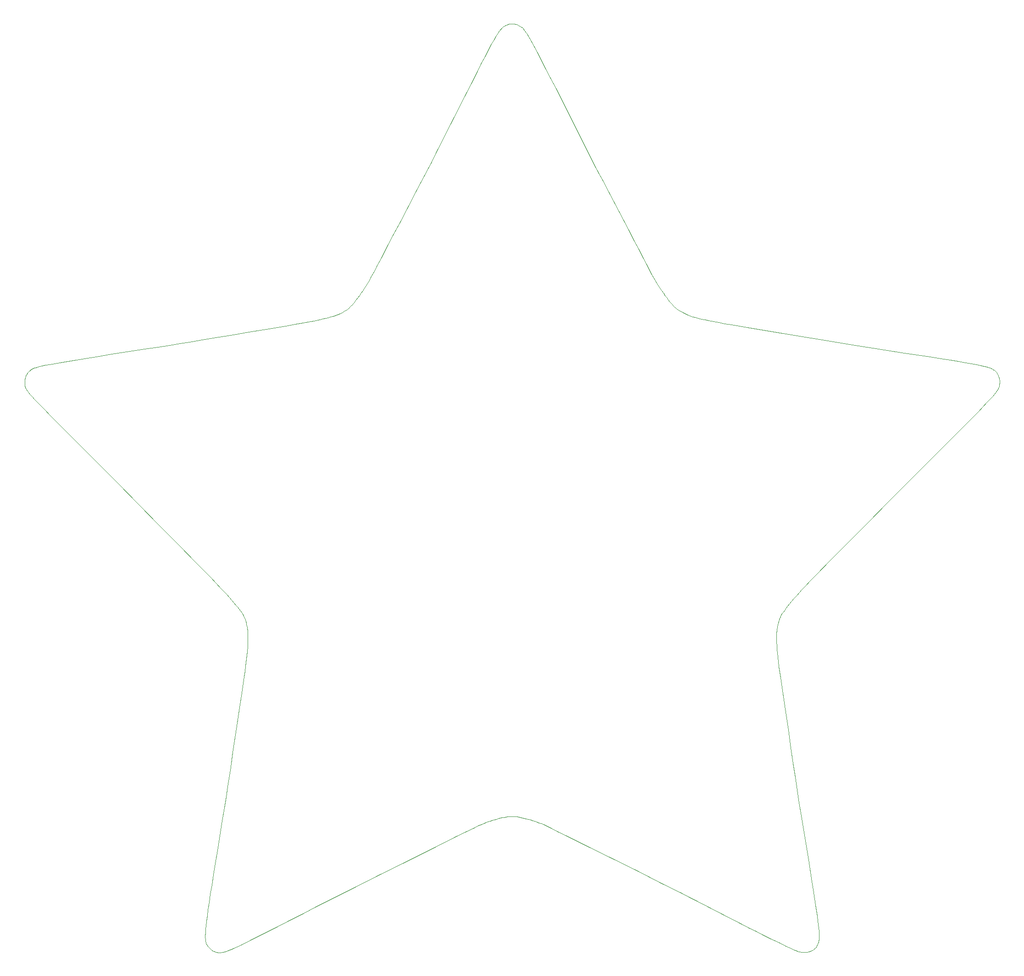
<source format=gbr>
G04 #@! TF.GenerationSoftware,KiCad,Pcbnew,5.1.3-ffb9f22~84~ubuntu16.04.1*
G04 #@! TF.CreationDate,2019-07-25T21:15:37-07:00*
G04 #@! TF.ProjectId,Star_Badge,53746172-5f42-4616-9467-652e6b696361,rev?*
G04 #@! TF.SameCoordinates,Original*
G04 #@! TF.FileFunction,Profile,NP*
%FSLAX46Y46*%
G04 Gerber Fmt 4.6, Leading zero omitted, Abs format (unit mm)*
G04 Created by KiCad (PCBNEW 5.1.3-ffb9f22~84~ubuntu16.04.1) date 2019-07-25 21:15:37*
%MOMM*%
%LPD*%
G04 APERTURE LIST*
%ADD10C,0.100000*%
G04 APERTURE END LIST*
D10*
X27002552Y-98945520D02*
X30994596Y-102958375D01*
X30994596Y-102958375D02*
X34859964Y-106859606D01*
X100038258Y-14223787D02*
X99942113Y-14223582D01*
X99942113Y-14223582D02*
X99845957Y-14227837D01*
X99845957Y-14227837D02*
X99749672Y-14236547D01*
X99749672Y-14236547D02*
X99653143Y-14249710D01*
X99653143Y-14249710D02*
X99556253Y-14267320D01*
X99556253Y-14267320D02*
X99458890Y-14289375D01*
X99458890Y-14289375D02*
X99262271Y-14346802D01*
X99262271Y-14346802D02*
X99062365Y-14421959D01*
X99062365Y-14421959D02*
X98858247Y-14514816D01*
X98858247Y-14514816D02*
X98648991Y-14625341D01*
X98648991Y-14625341D02*
X98433672Y-14753505D01*
X98433672Y-14753505D02*
X98341606Y-14814713D01*
X98341606Y-14814713D02*
X98248597Y-14884570D01*
X98248597Y-14884570D02*
X98153414Y-14965327D01*
X98153414Y-14965327D02*
X98054831Y-15059232D01*
X98054831Y-15059232D02*
X97951620Y-15168535D01*
X97951620Y-15168535D02*
X97842549Y-15295485D01*
X97842549Y-15295485D02*
X97726392Y-15442331D01*
X97726392Y-15442331D02*
X97601918Y-15611324D01*
X97601918Y-15611324D02*
X97467905Y-15804711D01*
X97467905Y-15804711D02*
X97323119Y-16024743D01*
X97323119Y-16024743D02*
X97166331Y-16273669D01*
X97166331Y-16273669D02*
X96996317Y-16553739D01*
X96996317Y-16553739D02*
X96811846Y-16867201D01*
X96811846Y-16867201D02*
X96611688Y-17216305D01*
X96611688Y-17216305D02*
X96159407Y-18030437D01*
X96159407Y-18030437D02*
X95629642Y-19014129D01*
X95629642Y-19014129D02*
X95012569Y-20185376D01*
X95012569Y-20185376D02*
X94298360Y-21562173D01*
X94298360Y-21562173D02*
X93477187Y-23162515D01*
X93477187Y-23162515D02*
X92539221Y-25004397D01*
X92539221Y-25004397D02*
X91474640Y-27105814D01*
X91474640Y-27105814D02*
X88926311Y-32159230D01*
X88926311Y-32159230D02*
X86006993Y-37946790D01*
X86006993Y-37946790D02*
X85014088Y-39906374D01*
X85014088Y-39906374D02*
X84524855Y-40862368D01*
X84524855Y-40862368D02*
X82348660Y-45020186D01*
X82348660Y-45020186D02*
X80732014Y-48109350D01*
X80732014Y-48109350D02*
X79256893Y-50919290D01*
X79256893Y-50919290D02*
X78036524Y-53246150D01*
X78036524Y-53246150D02*
X77032186Y-55174120D01*
X77032186Y-55174120D02*
X75911439Y-57331594D01*
X75911439Y-57331594D02*
X74989196Y-59081645D01*
X74989196Y-59081645D02*
X74588804Y-59827423D01*
X74588804Y-59827423D02*
X74221591Y-60499592D01*
X74221591Y-60499592D02*
X73882069Y-61107560D01*
X73882069Y-61107560D02*
X73564758Y-61660744D01*
X73564758Y-61660744D02*
X73264175Y-62168561D01*
X73264175Y-62168561D02*
X72974832Y-62640422D01*
X72974832Y-62640422D02*
X72691249Y-63085741D01*
X72691249Y-63085741D02*
X72407941Y-63513934D01*
X72407941Y-63513934D02*
X72119428Y-63934414D01*
X72119428Y-63934414D02*
X71820224Y-64356596D01*
X71820224Y-64356596D02*
X71504844Y-64789894D01*
X71504844Y-64789894D02*
X71167808Y-65243722D01*
X71167808Y-65243722D02*
X70981657Y-65488287D01*
X70981657Y-65488287D02*
X70797578Y-65720748D01*
X70797578Y-65720748D02*
X70613953Y-65941694D01*
X70613953Y-65941694D02*
X70429165Y-66151724D01*
X70429165Y-66151724D02*
X70241600Y-66351436D01*
X70241600Y-66351436D02*
X70049638Y-66541425D01*
X70049638Y-66541425D02*
X69851668Y-66722287D01*
X69851668Y-66722287D02*
X69646072Y-66894623D01*
X69646072Y-66894623D02*
X69431236Y-67059023D01*
X69431236Y-67059023D02*
X69205540Y-67216088D01*
X69205540Y-67216088D02*
X68967370Y-67366411D01*
X68967370Y-67366411D02*
X68715111Y-67510593D01*
X68715111Y-67510593D02*
X68447146Y-67649229D01*
X68447146Y-67649229D02*
X68161859Y-67782912D01*
X68161859Y-67782912D02*
X67857635Y-67912243D01*
X67857635Y-67912243D02*
X67532859Y-68037818D01*
X67532859Y-68037818D02*
X67185912Y-68160229D01*
X67185912Y-68160229D02*
X66815180Y-68280077D01*
X66815180Y-68280077D02*
X66419044Y-68397959D01*
X66419044Y-68397959D02*
X65995894Y-68514468D01*
X65995894Y-68514468D02*
X65544110Y-68630202D01*
X65544110Y-68630202D02*
X65062074Y-68745758D01*
X65062074Y-68745758D02*
X64548176Y-68861734D01*
X64548176Y-68861734D02*
X64000798Y-68978724D01*
X64000798Y-68978724D02*
X63418319Y-69097325D01*
X63418319Y-69097325D02*
X62799129Y-69218133D01*
X62799129Y-69218133D02*
X61444144Y-69468761D01*
X61444144Y-69468761D02*
X59922918Y-69735379D01*
X59922918Y-69735379D02*
X58222518Y-70022757D01*
X58222518Y-70022757D02*
X54071554Y-70718082D01*
X54071554Y-70718082D02*
X51356579Y-71178104D01*
X51356579Y-71178104D02*
X48570752Y-71653330D01*
X48570752Y-71653330D02*
X44249210Y-72384714D01*
X44249210Y-72384714D02*
X42270683Y-72716961D01*
X42270683Y-72716961D02*
X40444448Y-73019418D01*
X40444448Y-73019418D02*
X38642874Y-73312218D01*
X38642874Y-73312218D02*
X36738320Y-73615491D01*
X36738320Y-73615491D02*
X34603157Y-73949366D01*
X34603157Y-73949366D02*
X32109748Y-74333978D01*
X32109748Y-74333978D02*
X25537656Y-75335923D01*
X25537656Y-75335923D02*
X23765648Y-75609778D01*
X23765648Y-75609778D02*
X22153194Y-75866191D01*
X22153194Y-75866191D02*
X19494132Y-76295589D01*
X19494132Y-76295589D02*
X18481546Y-76460201D01*
X18481546Y-76460201D02*
X17455366Y-76632879D01*
X17455366Y-76632879D02*
X16445600Y-76808172D01*
X16445600Y-76808172D02*
X15482255Y-76980630D01*
X15482255Y-76980630D02*
X14595338Y-77144799D01*
X14595338Y-77144799D02*
X13814858Y-77295229D01*
X13814858Y-77295229D02*
X13170822Y-77426468D01*
X13170822Y-77426468D02*
X12693238Y-77533066D01*
X12693238Y-77533066D02*
X12457071Y-77593411D01*
X12457071Y-77593411D02*
X12234422Y-77657712D01*
X12234422Y-77657712D02*
X12024808Y-77726286D01*
X12024808Y-77726286D02*
X11827741Y-77799461D01*
X11827741Y-77799461D02*
X11642738Y-77877552D01*
X11642738Y-77877552D02*
X11469313Y-77960884D01*
X11469313Y-77960884D02*
X11306981Y-78049775D01*
X11306981Y-78049775D02*
X11155257Y-78144548D01*
X11155257Y-78144548D02*
X11013656Y-78245527D01*
X11013656Y-78245527D02*
X10881693Y-78353031D01*
X10881693Y-78353031D02*
X10758882Y-78467382D01*
X10758882Y-78467382D02*
X10644738Y-78588901D01*
X10644738Y-78588901D02*
X10538777Y-78717911D01*
X10538777Y-78717911D02*
X10440512Y-78854729D01*
X10440512Y-78854729D02*
X10349460Y-78999682D01*
X10349460Y-78999682D02*
X10265135Y-79153089D01*
X10265135Y-79153089D02*
X10205275Y-79283603D01*
X10205275Y-79283603D02*
X10153011Y-79426385D01*
X10153011Y-79426385D02*
X10108366Y-79579592D01*
X10108366Y-79579592D02*
X10071365Y-79741390D01*
X10071365Y-79741390D02*
X10042034Y-79909936D01*
X10042034Y-79909936D02*
X10020396Y-80083392D01*
X10020396Y-80083392D02*
X10006477Y-80259917D01*
X10006477Y-80259917D02*
X10000301Y-80437669D01*
X10000301Y-80437669D02*
X10001893Y-80614811D01*
X10001893Y-80614811D02*
X10011278Y-80789504D01*
X10011278Y-80789504D02*
X10028480Y-80959907D01*
X10028480Y-80959907D02*
X10053523Y-81124177D01*
X10053523Y-81124177D02*
X10086434Y-81280480D01*
X10086434Y-81280480D02*
X10127236Y-81426970D01*
X10127236Y-81426970D02*
X10175954Y-81561813D01*
X10175954Y-81561813D02*
X10232613Y-81683166D01*
X10232613Y-81683166D02*
X10282854Y-81772444D01*
X10282854Y-81772444D02*
X10343355Y-81869980D01*
X10343355Y-81869980D02*
X10415346Y-81977047D01*
X10415346Y-81977047D02*
X10500056Y-82094926D01*
X10500056Y-82094926D02*
X10712549Y-82368213D01*
X10712549Y-82368213D02*
X10990667Y-82700049D01*
X10990667Y-82700049D02*
X11344245Y-83100653D01*
X11344245Y-83100653D02*
X11783116Y-83580227D01*
X11783116Y-83580227D02*
X12317114Y-84148987D01*
X12317114Y-84148987D02*
X12956071Y-84817139D01*
X12956071Y-84817139D02*
X13709822Y-85594896D01*
X13709822Y-85594896D02*
X14588200Y-86492467D01*
X14588200Y-86492467D02*
X16758172Y-88687899D01*
X16758172Y-88687899D02*
X19544656Y-91485114D01*
X19544656Y-91485114D02*
X23026319Y-94965800D01*
X23026319Y-94965800D02*
X27002552Y-98945520D01*
X34859964Y-106859606D02*
X38456170Y-110504461D01*
X38456170Y-110504461D02*
X41640729Y-113748179D01*
X41640729Y-113748179D02*
X44271150Y-116446007D01*
X44271150Y-116446007D02*
X45334030Y-117544974D01*
X45334030Y-117544974D02*
X46204945Y-118453188D01*
X46204945Y-118453188D02*
X46866085Y-119152549D01*
X46866085Y-119152549D02*
X47299634Y-119624966D01*
X47299634Y-119624966D02*
X47794771Y-120184415D01*
X47794771Y-120184415D02*
X48240016Y-120693826D01*
X48240016Y-120693826D02*
X48638440Y-121157887D01*
X48638440Y-121157887D02*
X48993126Y-121581285D01*
X48993126Y-121581285D02*
X49307146Y-121968712D01*
X49307146Y-121968712D02*
X49583574Y-122324848D01*
X49583574Y-122324848D02*
X49825487Y-122654385D01*
X49825487Y-122654385D02*
X50035959Y-122962010D01*
X50035959Y-122962010D02*
X50218069Y-123252411D01*
X50218069Y-123252411D02*
X50374886Y-123530273D01*
X50374886Y-123530273D02*
X50509492Y-123800283D01*
X50506952Y-123800283D02*
X50622420Y-124067133D01*
X50622420Y-124067133D02*
X50721822Y-124335506D01*
X50721822Y-124335506D02*
X50808238Y-124610091D01*
X50808238Y-124610091D02*
X50884743Y-124895579D01*
X50884743Y-124895579D02*
X50954409Y-125196651D01*
X50954409Y-125196651D02*
X51007433Y-125455564D01*
X51007433Y-125455564D02*
X51054195Y-125714887D01*
X51054195Y-125714887D02*
X51094730Y-125976005D01*
X51094730Y-125976005D02*
X51129068Y-126240306D01*
X51129068Y-126240306D02*
X51157242Y-126509176D01*
X51157242Y-126509176D02*
X51179284Y-126784001D01*
X51179284Y-126784001D02*
X51195227Y-127066170D01*
X51195227Y-127066170D02*
X51205105Y-127357062D01*
X51205105Y-127357062D02*
X51208948Y-127658072D01*
X51208948Y-127658072D02*
X51206789Y-127970579D01*
X51206789Y-127970579D02*
X51198661Y-128295973D01*
X51198661Y-128295973D02*
X51184595Y-128635639D01*
X51184595Y-128635639D02*
X51164625Y-128990965D01*
X51164625Y-128990965D02*
X51138782Y-129363335D01*
X51138782Y-129363335D02*
X51069612Y-130164755D01*
X51069612Y-130164755D02*
X51001591Y-130851080D01*
X51001591Y-130851080D02*
X50930968Y-131503843D01*
X50930968Y-131503843D02*
X50850388Y-132177327D01*
X50850388Y-132177327D02*
X50752488Y-132925820D01*
X50752488Y-132925820D02*
X50629907Y-133803604D01*
X50629907Y-133803604D02*
X50475289Y-134864963D01*
X50477829Y-134864963D02*
X50043035Y-137755540D01*
X50043035Y-137755540D02*
X49636652Y-140477358D01*
X49636652Y-140477358D02*
X49134079Y-143898284D01*
X49134079Y-143898284D02*
X48409231Y-148830004D01*
X48409231Y-148830004D02*
X48111023Y-150858477D01*
X48111023Y-150858477D02*
X47930675Y-152100909D01*
X47930675Y-152100909D02*
X47716612Y-153525251D01*
X47716612Y-153525251D02*
X47465804Y-155150566D01*
X47465804Y-155150566D02*
X47175220Y-156995915D01*
X47175220Y-156995915D02*
X46841828Y-159080363D01*
X46841828Y-159080363D02*
X46462594Y-161422974D01*
X46462594Y-161422974D02*
X45554488Y-166958924D01*
X45554488Y-166958924D02*
X45173502Y-169277092D01*
X45173502Y-169277092D02*
X44832547Y-171376057D01*
X44832547Y-171376057D02*
X44530267Y-173267118D01*
X44530267Y-173267118D02*
X44265314Y-174961584D01*
X44265314Y-174961584D02*
X44036330Y-176470753D01*
X44036330Y-176470753D02*
X43841963Y-177805929D01*
X43841963Y-177805929D02*
X43680863Y-178978416D01*
X43680863Y-178978416D02*
X43551673Y-179999515D01*
X43551673Y-179999515D02*
X43453036Y-180880531D01*
X43453036Y-180880531D02*
X43414755Y-181272038D01*
X43414755Y-181272038D02*
X43383606Y-181632764D01*
X43383606Y-181632764D02*
X43359420Y-181964121D01*
X43359420Y-181964121D02*
X43342027Y-182267518D01*
X43342027Y-182267518D02*
X43331257Y-182544375D01*
X43331257Y-182544375D02*
X43326945Y-182796098D01*
X43326945Y-182796098D02*
X43328917Y-183024102D01*
X43328917Y-183024102D02*
X43337006Y-183229803D01*
X43337006Y-183229803D02*
X43351044Y-183414610D01*
X43351044Y-183414610D02*
X43370858Y-183579939D01*
X43370858Y-183579939D02*
X43396281Y-183727200D01*
X43396281Y-183727200D02*
X43427148Y-183857806D01*
X43427148Y-183857806D02*
X43463281Y-183973173D01*
X43463281Y-183973173D02*
X43504519Y-184074711D01*
X43504519Y-184074711D02*
X43574315Y-184216615D01*
X43574315Y-184216615D02*
X43651212Y-184354534D01*
X43651212Y-184354534D02*
X43734840Y-184488130D01*
X43734840Y-184488130D02*
X43824818Y-184617058D01*
X43824818Y-184617058D02*
X43920780Y-184740984D01*
X43920780Y-184740984D02*
X44022346Y-184859563D01*
X44022346Y-184859563D02*
X44129142Y-184972457D01*
X44129142Y-184972457D02*
X44240797Y-185079326D01*
X44240797Y-185079326D02*
X44356934Y-185179828D01*
X44356934Y-185179828D02*
X44477181Y-185273628D01*
X44477181Y-185273628D02*
X44601164Y-185360380D01*
X44601164Y-185360380D02*
X44728505Y-185439744D01*
X44728505Y-185439744D02*
X44858833Y-185511383D01*
X44858833Y-185511383D02*
X44991774Y-185574956D01*
X44991774Y-185574956D02*
X45126955Y-185630122D01*
X45126955Y-185630122D02*
X45263997Y-185676542D01*
X45263997Y-185676542D02*
X45390517Y-185711109D01*
X45390517Y-185711109D02*
X45519444Y-185738448D01*
X45519444Y-185738448D02*
X45651177Y-185758505D01*
X45651177Y-185758505D02*
X45786122Y-185771222D01*
X45786122Y-185771222D02*
X45924679Y-185776551D01*
X45924679Y-185776551D02*
X46067249Y-185774428D01*
X46067249Y-185774428D02*
X46214239Y-185764805D01*
X46214239Y-185764805D02*
X46366049Y-185747623D01*
X46366049Y-185747623D02*
X46523080Y-185722827D01*
X46523080Y-185722827D02*
X46685736Y-185690366D01*
X46685736Y-185690366D02*
X46854420Y-185650180D01*
X46854420Y-185650180D02*
X47029536Y-185602216D01*
X47029536Y-185602216D02*
X47211482Y-185546421D01*
X47211482Y-185546421D02*
X47400664Y-185482735D01*
X47400664Y-185482735D02*
X47597483Y-185411107D01*
X47597483Y-185411107D02*
X47802343Y-185331481D01*
X47802343Y-185331481D02*
X48122219Y-185193748D01*
X48122219Y-185193748D02*
X48596999Y-184975508D01*
X48596999Y-184975508D02*
X49212799Y-184683704D01*
X49212799Y-184683704D02*
X49955732Y-184325288D01*
X49955732Y-184325288D02*
X51767475Y-183436412D01*
X51767475Y-183436412D02*
X53921166Y-182364459D01*
X53921166Y-182364459D02*
X56305738Y-181165017D01*
X56305738Y-181165017D02*
X58810130Y-179893671D01*
X58810130Y-179893671D02*
X61323279Y-178606004D01*
X61323279Y-178606004D02*
X63734117Y-177357602D01*
X63734117Y-177357602D02*
X64884627Y-176764157D01*
X64884627Y-176764157D02*
X66426370Y-175978015D01*
X66426370Y-175978015D02*
X70435512Y-173951437D01*
X70435512Y-173951437D02*
X75265424Y-171525480D01*
X75265424Y-171525480D02*
X80419984Y-168947753D01*
X80419984Y-168947753D02*
X85403080Y-166465859D01*
X85403080Y-166465859D02*
X89718594Y-164327414D01*
X89718594Y-164327414D02*
X91470968Y-163464361D01*
X91470968Y-163464361D02*
X92870403Y-162780023D01*
X92870403Y-162780023D02*
X93854885Y-162305353D01*
X93854885Y-162305353D02*
X94172139Y-162156315D01*
X94172139Y-162156315D02*
X94362397Y-162071298D01*
X94362397Y-162071298D02*
X94749795Y-161914230D01*
X94749795Y-161914230D02*
X95141257Y-161763800D01*
X95141257Y-161763800D02*
X95534900Y-161620490D01*
X95534900Y-161620490D02*
X95928851Y-161484787D01*
X95928851Y-161484787D02*
X96321233Y-161357169D01*
X96321233Y-161357169D02*
X96710167Y-161238116D01*
X96710167Y-161238116D02*
X97093774Y-161128117D01*
X97093774Y-161128117D02*
X97470183Y-161027649D01*
X97470183Y-161027649D02*
X97837509Y-160937194D01*
X97837509Y-160937194D02*
X98193882Y-160857235D01*
X98193882Y-160857235D02*
X98537420Y-160788257D01*
X98537420Y-160788257D02*
X98866248Y-160730737D01*
X98866248Y-160730737D02*
X99178491Y-160685161D01*
X99178491Y-160685161D02*
X99472267Y-160652008D01*
X99472267Y-160652008D02*
X99745701Y-160631764D01*
X99745701Y-160631764D02*
X99996918Y-160624909D01*
X99996918Y-160624909D02*
X100255950Y-160632131D01*
X100255950Y-160632131D02*
X100538003Y-160653436D01*
X100538003Y-160653436D02*
X100841022Y-160688288D01*
X100841022Y-160688288D02*
X101162942Y-160736144D01*
X101162942Y-160736144D02*
X101501704Y-160796466D01*
X101501704Y-160796466D02*
X101855250Y-160868718D01*
X101855250Y-160868718D02*
X102221515Y-160952358D01*
X102221515Y-160952358D02*
X102598445Y-161046846D01*
X102598445Y-161046846D02*
X102983978Y-161151643D01*
X102983978Y-161151643D02*
X103376052Y-161266214D01*
X103376052Y-161266214D02*
X103772605Y-161390014D01*
X103772605Y-161390014D02*
X104171583Y-161522509D01*
X104171583Y-161522509D02*
X104570922Y-161663157D01*
X104570922Y-161663157D02*
X104968562Y-161811417D01*
X104968562Y-161811417D02*
X105362442Y-161966755D01*
X105362442Y-161966755D02*
X105750503Y-162128626D01*
X105750503Y-162128626D02*
X106249086Y-162359258D01*
X106249086Y-162359258D02*
X107161877Y-162798593D01*
X107161877Y-162798593D02*
X108436116Y-163420357D01*
X108436116Y-163420357D02*
X110019055Y-164198263D01*
X110019055Y-164198263D02*
X113900003Y-166117391D01*
X113900003Y-166117391D02*
X118382688Y-168345742D01*
X118382688Y-168345742D02*
X123045070Y-170673076D01*
X123045070Y-170673076D02*
X127465113Y-172889152D01*
X127465113Y-172889152D02*
X131220782Y-174783736D01*
X131220782Y-174783736D02*
X132717590Y-175544765D01*
X132717590Y-175544765D02*
X133890043Y-176146581D01*
X133890043Y-176146581D02*
X138838217Y-178702360D01*
X138838217Y-178702360D02*
X142297818Y-180477603D01*
X142297818Y-180477603D02*
X143693627Y-181186886D01*
X143693627Y-181186886D02*
X144986363Y-181838272D01*
X144986363Y-181838272D02*
X146265713Y-182477503D01*
X146265713Y-182477503D02*
X147621367Y-183150323D01*
X147621367Y-183150323D02*
X149297434Y-183977384D01*
X149297434Y-183977384D02*
X150603948Y-184612313D01*
X150603948Y-184612313D02*
X151137354Y-184865292D01*
X151137354Y-184865292D02*
X151600856Y-185079318D01*
X151600856Y-185079318D02*
X152001944Y-185257411D01*
X152001944Y-185257411D02*
X152348115Y-185402601D01*
X152348115Y-185402601D02*
X152646862Y-185517914D01*
X152646862Y-185517914D02*
X152905676Y-185606373D01*
X152905676Y-185606373D02*
X153132055Y-185671008D01*
X153132055Y-185671008D02*
X153333494Y-185714843D01*
X153333494Y-185714843D02*
X153517486Y-185740900D01*
X153517486Y-185740900D02*
X153691524Y-185752209D01*
X153691524Y-185752209D02*
X153863101Y-185751797D01*
X153863101Y-185751797D02*
X154039716Y-185742687D01*
X154039716Y-185742687D02*
X154202595Y-185728460D01*
X154202595Y-185728460D02*
X154360557Y-185708459D01*
X154360557Y-185708459D02*
X154513578Y-185682720D01*
X154513578Y-185682720D02*
X154661626Y-185651269D01*
X154661626Y-185651269D02*
X154804685Y-185614137D01*
X154804685Y-185614137D02*
X154942723Y-185571355D01*
X154942723Y-185571355D02*
X155075714Y-185522957D01*
X155075714Y-185522957D02*
X155203637Y-185468968D01*
X155203637Y-185468968D02*
X155326463Y-185409419D01*
X155326463Y-185409419D02*
X155444169Y-185344344D01*
X155444169Y-185344344D02*
X155556728Y-185273775D01*
X155556728Y-185273775D02*
X155664116Y-185197735D01*
X155664116Y-185197735D02*
X155766306Y-185116261D01*
X155766306Y-185116261D02*
X155863275Y-185029381D01*
X155863275Y-185029381D02*
X155954994Y-184937126D01*
X155954994Y-184937126D02*
X156041442Y-184839525D01*
X156041442Y-184839525D02*
X156122589Y-184736613D01*
X156122589Y-184736613D02*
X156198411Y-184628414D01*
X156198411Y-184628414D02*
X156268885Y-184514964D01*
X156268885Y-184514964D02*
X156333982Y-184396292D01*
X156333982Y-184396292D02*
X156393681Y-184272425D01*
X156393681Y-184272425D02*
X156447952Y-184143398D01*
X156447952Y-184143398D02*
X156496774Y-184009241D01*
X156496774Y-184009241D02*
X156540117Y-183869982D01*
X156540117Y-183869982D02*
X156577958Y-183725653D01*
X156577958Y-183725653D02*
X156610272Y-183576287D01*
X156610272Y-183576287D02*
X156637032Y-183421909D01*
X156637032Y-183421909D02*
X156658216Y-183262555D01*
X156658216Y-183262555D02*
X156673795Y-183098250D01*
X156673795Y-183098250D02*
X156683743Y-182929030D01*
X156683743Y-182929030D02*
X156688038Y-182754922D01*
X156688038Y-182754922D02*
X156686653Y-182575956D01*
X156686653Y-182575956D02*
X156669855Y-182249992D01*
X156669855Y-182249992D02*
X156632367Y-181810115D01*
X156632367Y-181810115D02*
X156574819Y-181260631D01*
X156574819Y-181260631D02*
X156497838Y-180605847D01*
X156497838Y-180605847D02*
X156402048Y-179850076D01*
X156402048Y-179850076D02*
X156288084Y-178997624D01*
X156288084Y-178997624D02*
X156156569Y-178052797D01*
X156156569Y-178052797D02*
X156008128Y-177019906D01*
X156008128Y-177019906D02*
X155662988Y-174707160D01*
X155662988Y-174707160D02*
X155257683Y-172093859D01*
X155257683Y-172093859D02*
X154797234Y-169214461D01*
X154797234Y-169214461D02*
X154286660Y-166103438D01*
X154286660Y-166103438D02*
X153793900Y-163124622D01*
X153793900Y-163124622D02*
X153364383Y-160497689D01*
X153364383Y-160497689D02*
X152977437Y-158089487D01*
X152977437Y-158089487D02*
X152612394Y-155766877D01*
X152612394Y-155766877D02*
X152248584Y-153396710D01*
X152248584Y-153396710D02*
X151865340Y-150845844D01*
X151865340Y-150845844D02*
X151441993Y-147981134D01*
X151441993Y-147981134D02*
X150957872Y-144669434D01*
X150957872Y-144669434D02*
X150314518Y-140289274D01*
X150314518Y-140289274D02*
X149707165Y-136208279D01*
X149707165Y-136208279D02*
X149533849Y-135038513D01*
X149533849Y-135038513D02*
X149379603Y-133958429D01*
X149379603Y-133958429D02*
X149244097Y-132962565D01*
X149244097Y-132962565D02*
X149126997Y-132045462D01*
X149126997Y-132045462D02*
X149027971Y-131201662D01*
X149027971Y-131201662D02*
X148946691Y-130425709D01*
X148946691Y-130425709D02*
X148882822Y-129712141D01*
X148882822Y-129712141D02*
X148836035Y-129055498D01*
X148836035Y-129055498D02*
X148805998Y-128450323D01*
X148805998Y-128450323D02*
X148792378Y-127891159D01*
X148792378Y-127891159D02*
X148794845Y-127372542D01*
X148794845Y-127372542D02*
X148813068Y-126889019D01*
X148813068Y-126889019D02*
X148827986Y-126658709D01*
X148827986Y-126658709D02*
X148846717Y-126435124D01*
X148846717Y-126435124D02*
X148869219Y-126217584D01*
X148869219Y-126217584D02*
X148895457Y-126005407D01*
X148895457Y-126005407D02*
X148925381Y-125797906D01*
X148925381Y-125797906D02*
X148958957Y-125594401D01*
X148958957Y-125594401D02*
X149036887Y-125196651D01*
X149036887Y-125196651D02*
X149108131Y-124891569D01*
X149108131Y-124891569D02*
X149188432Y-124599562D01*
X149188432Y-124599562D02*
X149280995Y-124315875D01*
X149280995Y-124315875D02*
X149389015Y-124035741D01*
X149389015Y-124035741D02*
X149449823Y-123895519D01*
X149449823Y-123895519D02*
X149515699Y-123754402D01*
X149515699Y-123754402D02*
X149587037Y-123611795D01*
X149587037Y-123611795D02*
X149664244Y-123467100D01*
X149664244Y-123467100D02*
X149837853Y-123169073D01*
X149837853Y-123169073D02*
X150039724Y-122855558D01*
X150039724Y-122855558D02*
X150273062Y-122521799D01*
X150273062Y-122521799D02*
X150541069Y-122163033D01*
X150541069Y-122163033D02*
X150846942Y-121774500D01*
X150846942Y-121774500D02*
X151193880Y-121351441D01*
X151193880Y-121351441D02*
X151585091Y-120889093D01*
X151585091Y-120889093D02*
X152023772Y-120382699D01*
X152023772Y-120382699D02*
X152513125Y-119827494D01*
X152513125Y-119827494D02*
X153056349Y-119218721D01*
X153056349Y-119218721D02*
X153477202Y-118763757D01*
X153477202Y-118763757D02*
X154133292Y-118074011D01*
X154133292Y-118074011D02*
X155005325Y-117169054D01*
X155005325Y-117169054D02*
X156073993Y-116068455D01*
X156073993Y-116068455D02*
X158724060Y-113358611D01*
X158724060Y-113358611D02*
X161929100Y-110101027D01*
X161929100Y-110101027D02*
X165534720Y-106452258D01*
X165534720Y-106452258D02*
X169386528Y-102568855D01*
X169386528Y-102568855D02*
X173330138Y-98607375D01*
X173330138Y-98607375D02*
X177211154Y-94724367D01*
X177211154Y-94724367D02*
X180922333Y-91014968D01*
X180922333Y-91014968D02*
X183821964Y-88102195D01*
X183821964Y-88102195D02*
X184999220Y-86910935D01*
X184999220Y-86910935D02*
X186011717Y-85878507D01*
X186011717Y-85878507D02*
X186872162Y-84991465D01*
X186872162Y-84991465D02*
X187593268Y-84236371D01*
X187593268Y-84236371D02*
X188187741Y-83599780D01*
X188187741Y-83599780D02*
X188668292Y-83068248D01*
X188668292Y-83068248D02*
X189047627Y-82628337D01*
X189047627Y-82628337D02*
X189203309Y-82438537D01*
X189203309Y-82438537D02*
X189338457Y-82266601D01*
X189338457Y-82266601D02*
X189454653Y-82110851D01*
X189454653Y-82110851D02*
X189553493Y-81969602D01*
X189553493Y-81969602D02*
X189636557Y-81841177D01*
X189636557Y-81841177D02*
X189705442Y-81723896D01*
X189705442Y-81723896D02*
X189761728Y-81616076D01*
X189761728Y-81616076D02*
X189807011Y-81516040D01*
X189807011Y-81516040D02*
X189842878Y-81422105D01*
X189842878Y-81422105D02*
X189870914Y-81332592D01*
X189870914Y-81332592D02*
X189905046Y-81201509D01*
X189905046Y-81201509D02*
X189933853Y-81070741D01*
X189933853Y-81070741D02*
X189957384Y-80940425D01*
X189957384Y-80940425D02*
X189975692Y-80810693D01*
X189975692Y-80810693D02*
X189988827Y-80681684D01*
X189988827Y-80681684D02*
X189996842Y-80553524D01*
X189996842Y-80553524D02*
X189999788Y-80426352D01*
X189999788Y-80426352D02*
X189997717Y-80300297D01*
X189997717Y-80300297D02*
X189990675Y-80175501D01*
X189990675Y-80175501D02*
X189978720Y-80052091D01*
X189978720Y-80052091D02*
X189961903Y-79930202D01*
X189961903Y-79930202D02*
X189940273Y-79809970D01*
X189940273Y-79809970D02*
X189913880Y-79691527D01*
X189913880Y-79691527D02*
X189882776Y-79575008D01*
X189882776Y-79575008D02*
X189847016Y-79460545D01*
X189847016Y-79460545D02*
X189806649Y-79348274D01*
X189806649Y-79348274D02*
X189761725Y-79238329D01*
X189761725Y-79238329D02*
X189712297Y-79130841D01*
X189712297Y-79130841D02*
X189658415Y-79025948D01*
X189658415Y-79025948D02*
X189600133Y-78923781D01*
X189600133Y-78923781D02*
X189537500Y-78824472D01*
X189537500Y-78824472D02*
X189470568Y-78728161D01*
X189470568Y-78728161D02*
X189399389Y-78634974D01*
X189399389Y-78634974D02*
X189324013Y-78545053D01*
X189324013Y-78545053D02*
X189244494Y-78458523D01*
X189244494Y-78458523D02*
X189160880Y-78375527D01*
X189160880Y-78375527D02*
X189073222Y-78296192D01*
X189073222Y-78296192D02*
X188981576Y-78220655D01*
X188981576Y-78220655D02*
X188885990Y-78149050D01*
X188885990Y-78149050D02*
X188786515Y-78081508D01*
X188786515Y-78081508D02*
X188683205Y-78018166D01*
X188683205Y-78018166D02*
X188576110Y-77959156D01*
X188576110Y-77959156D02*
X188471730Y-77908616D01*
X188471730Y-77908616D02*
X188349756Y-77857102D01*
X188349756Y-77857102D02*
X188208185Y-77804262D01*
X188208185Y-77804262D02*
X188045015Y-77749750D01*
X188045015Y-77749750D02*
X187858244Y-77693218D01*
X187858244Y-77693218D02*
X187645866Y-77634313D01*
X187645866Y-77634313D02*
X187136280Y-77507999D01*
X187136280Y-77507999D02*
X186500233Y-77368019D01*
X186500233Y-77368019D02*
X185721703Y-77211584D01*
X185721703Y-77211584D02*
X184784663Y-77035900D01*
X184784663Y-77035900D02*
X183673091Y-76838178D01*
X183673091Y-76838178D02*
X182370960Y-76615626D01*
X182370960Y-76615626D02*
X180862245Y-76365459D01*
X180862245Y-76365459D02*
X179130925Y-76084882D01*
X179130925Y-76084882D02*
X177160974Y-75771107D01*
X177160974Y-75771107D02*
X172441073Y-75032797D01*
X172441073Y-75032797D02*
X166574353Y-74128210D01*
X166574353Y-74128210D02*
X163819229Y-73698385D01*
X163819229Y-73698385D02*
X160749608Y-73208414D01*
X160749608Y-73208414D02*
X157739819Y-72718626D01*
X157739819Y-72718626D02*
X155164196Y-72289354D01*
X155164196Y-72289354D02*
X149464809Y-71326751D01*
X149464809Y-71326751D02*
X143366534Y-70302225D01*
X143366534Y-70302225D02*
X140452480Y-69809152D01*
X140452480Y-69809152D02*
X139221870Y-69595571D01*
X139221870Y-69595571D02*
X138126910Y-69400423D01*
X138126910Y-69400423D02*
X137156127Y-69221046D01*
X137156127Y-69221046D02*
X136298059Y-69054786D01*
X136298059Y-69054786D02*
X135541229Y-68898985D01*
X135541229Y-68898985D02*
X134874171Y-68750988D01*
X134874171Y-68750988D02*
X134285414Y-68608135D01*
X134285414Y-68608135D02*
X133763486Y-68467769D01*
X133763486Y-68467769D02*
X133296916Y-68327237D01*
X133296916Y-68327237D02*
X132874240Y-68183879D01*
X132874240Y-68183879D02*
X132483983Y-68035041D01*
X132483983Y-68035041D02*
X132114679Y-67878063D01*
X132114679Y-67878063D02*
X131754851Y-67710288D01*
X131754851Y-67710288D02*
X131393037Y-67529061D01*
X131393037Y-67529061D02*
X131135991Y-67391628D01*
X131135991Y-67391628D02*
X130892781Y-67250028D01*
X130892781Y-67250028D02*
X130660286Y-67100831D01*
X130660286Y-67100831D02*
X130435392Y-66940611D01*
X130435392Y-66940611D02*
X130214976Y-66765938D01*
X130214976Y-66765938D02*
X129995926Y-66573381D01*
X129995926Y-66573381D02*
X129775121Y-66359513D01*
X129775121Y-66359513D02*
X129549442Y-66120902D01*
X129549442Y-66120902D02*
X129315774Y-65854123D01*
X129315774Y-65854123D02*
X129070994Y-65555747D01*
X129070994Y-65555747D02*
X128811990Y-65222341D01*
X128811990Y-65222341D02*
X128535641Y-64850479D01*
X128535641Y-64850479D02*
X128238828Y-64436730D01*
X128238828Y-64436730D02*
X127918432Y-63977664D01*
X127918432Y-63977664D02*
X127571341Y-63469856D01*
X127571341Y-63469856D02*
X127194431Y-62909877D01*
X127194431Y-62909877D02*
X126866043Y-62408139D01*
X126866043Y-62408139D02*
X126538134Y-61880697D01*
X126538134Y-61880697D02*
X126188743Y-61287751D01*
X126188743Y-61287751D02*
X125795904Y-60589502D01*
X125795904Y-60589502D02*
X125337657Y-59746149D01*
X125337657Y-59746149D02*
X124792034Y-58717895D01*
X124792034Y-58717895D02*
X124137072Y-57464935D01*
X124137072Y-57464935D02*
X123350807Y-55947477D01*
X123350807Y-55947477D02*
X122456577Y-54225481D01*
X122456577Y-54225481D02*
X121499274Y-52393791D01*
X121499274Y-52393791D02*
X117935118Y-45600615D01*
X117935118Y-45600615D02*
X116579127Y-42989506D01*
X116579127Y-42989506D02*
X115958563Y-41800305D01*
X115958563Y-41800305D02*
X115753591Y-41416518D01*
X115753591Y-41416518D02*
X115659148Y-41249321D01*
X115659148Y-41249321D02*
X115359016Y-40670026D01*
X115359016Y-40670026D02*
X114593962Y-39164224D01*
X114593962Y-39164224D02*
X112131923Y-34286921D01*
X112131923Y-34286921D02*
X109300653Y-28672282D01*
X109300653Y-28672282D02*
X108115049Y-26330227D01*
X108115049Y-26330227D02*
X107069091Y-24272869D01*
X107069091Y-24272869D02*
X106152498Y-22481098D01*
X106152498Y-22481098D02*
X105354994Y-20935806D01*
X105354994Y-20935806D02*
X104666299Y-19617881D01*
X104666299Y-19617881D02*
X104076130Y-18508216D01*
X104076130Y-18508216D02*
X103574209Y-17587701D01*
X103574209Y-17587701D02*
X103150257Y-16837226D01*
X103150257Y-16837226D02*
X102964307Y-16519781D01*
X102964307Y-16519781D02*
X102793994Y-16237681D01*
X102793994Y-16237681D02*
X102638033Y-15988536D01*
X102638033Y-15988536D02*
X102495138Y-15769957D01*
X102495138Y-15769957D02*
X102364026Y-15579557D01*
X102364026Y-15579557D02*
X102243410Y-15414945D01*
X102243410Y-15414945D02*
X102132008Y-15273735D01*
X102132008Y-15273735D02*
X102028531Y-15153536D01*
X102028531Y-15153536D02*
X101931698Y-15051960D01*
X101931698Y-15051960D02*
X101840221Y-14966619D01*
X101840221Y-14966619D02*
X101752817Y-14895123D01*
X101752817Y-14895123D02*
X101668201Y-14835085D01*
X101668201Y-14835085D02*
X101446950Y-14695878D01*
X101446950Y-14695878D02*
X101232549Y-14574660D01*
X101232549Y-14574660D02*
X101024074Y-14471408D01*
X101024074Y-14471408D02*
X100820601Y-14386098D01*
X100820601Y-14386098D02*
X100621205Y-14318705D01*
X100621205Y-14318705D02*
X100424964Y-14269205D01*
X100424964Y-14269205D02*
X100327739Y-14251157D01*
X100327739Y-14251157D02*
X100230956Y-14237574D01*
X100230956Y-14237574D02*
X100134501Y-14228451D01*
X100134501Y-14228451D02*
X100038258Y-14223787D01*
X100038258Y-14223787D02*
X100038258Y-14223787D01*
X100038258Y-14223787D02*
X100038258Y-14223787D01*
M02*

</source>
